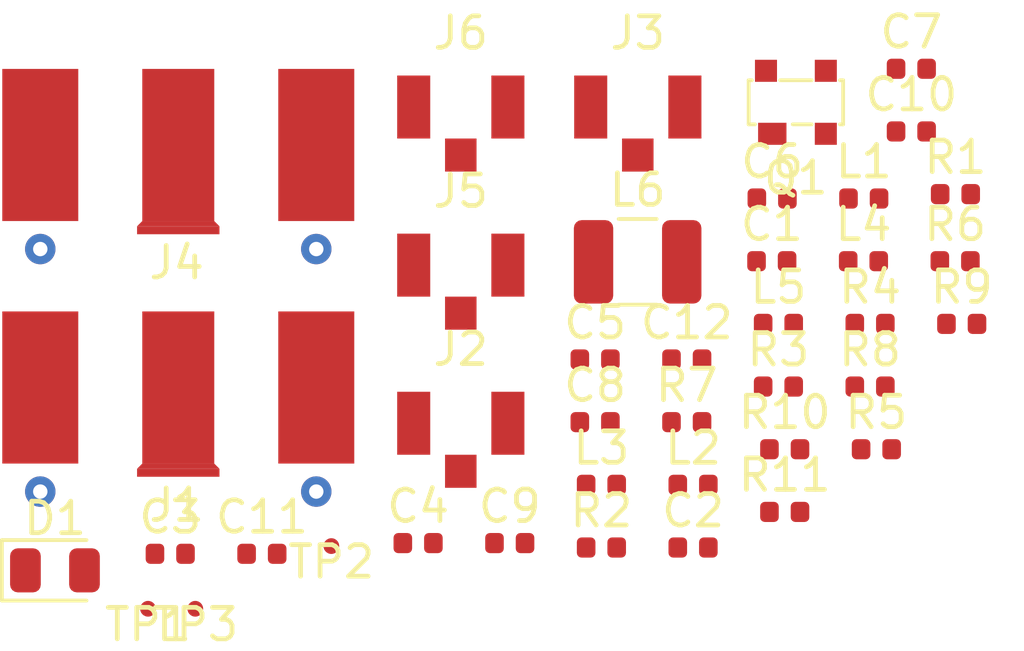
<source format=kicad_pcb>
(kicad_pcb (version 20171130) (host pcbnew 5.1.2-f72e74a~84~ubuntu18.04.1)

  (general
    (thickness 1.6)
    (drawings 0)
    (tracks 0)
    (zones 0)
    (modules 40)
    (nets 17)
  )

  (page A4)
  (layers
    (0 F.Cu signal)
    (31 B.Cu signal)
    (32 B.Adhes user)
    (33 F.Adhes user)
    (34 B.Paste user)
    (35 F.Paste user)
    (36 B.SilkS user)
    (37 F.SilkS user)
    (38 B.Mask user)
    (39 F.Mask user)
    (40 Dwgs.User user)
    (41 Cmts.User user)
    (42 Eco1.User user)
    (43 Eco2.User user)
    (44 Edge.Cuts user)
    (45 Margin user)
    (46 B.CrtYd user)
    (47 F.CrtYd user)
    (48 B.Fab user)
    (49 F.Fab user)
  )

  (setup
    (last_trace_width 0.25)
    (trace_clearance 0.2)
    (zone_clearance 0.508)
    (zone_45_only no)
    (trace_min 0.2)
    (via_size 0.8)
    (via_drill 0.4)
    (via_min_size 0.4)
    (via_min_drill 0.3)
    (uvia_size 0.3)
    (uvia_drill 0.1)
    (uvias_allowed no)
    (uvia_min_size 0.2)
    (uvia_min_drill 0.1)
    (edge_width 0.05)
    (segment_width 0.2)
    (pcb_text_width 0.3)
    (pcb_text_size 1.5 1.5)
    (mod_edge_width 0.12)
    (mod_text_size 1 1)
    (mod_text_width 0.15)
    (pad_size 1.524 1.524)
    (pad_drill 0.762)
    (pad_to_mask_clearance 0.051)
    (solder_mask_min_width 0.25)
    (aux_axis_origin 0 0)
    (visible_elements FFFFFF7F)
    (pcbplotparams
      (layerselection 0x010fc_ffffffff)
      (usegerberextensions false)
      (usegerberattributes false)
      (usegerberadvancedattributes false)
      (creategerberjobfile false)
      (excludeedgelayer true)
      (linewidth 0.100000)
      (plotframeref false)
      (viasonmask false)
      (mode 1)
      (useauxorigin false)
      (hpglpennumber 1)
      (hpglpenspeed 20)
      (hpglpendiameter 15.000000)
      (psnegative false)
      (psa4output false)
      (plotreference true)
      (plotvalue true)
      (plotinvisibletext false)
      (padsonsilk false)
      (subtractmaskfromsilk false)
      (outputformat 1)
      (mirror false)
      (drillshape 1)
      (scaleselection 1)
      (outputdirectory ""))
  )

  (net 0 "")
  (net 1 GND)
  (net 2 "Net-(C1-Pad1)")
  (net 3 "Net-(C2-Pad1)")
  (net 4 "Net-(C3-Pad1)")
  (net 5 "Net-(C4-Pad2)")
  (net 6 "Net-(C6-Pad1)")
  (net 7 "Net-(C7-Pad1)")
  (net 8 "Net-(C10-Pad1)")
  (net 9 "Net-(C11-Pad1)")
  (net 10 "Net-(C12-Pad2)")
  (net 11 "Net-(D1-Pad1)")
  (net 12 "Net-(J2-Pad1)")
  (net 13 "Net-(J3-Pad1)")
  (net 14 "Net-(J5-Pad1)")
  (net 15 "Net-(J6-Pad1)")
  (net 16 "Net-(L4-Pad1)")

  (net_class Default "This is the default net class."
    (clearance 0.2)
    (trace_width 0.25)
    (via_dia 0.8)
    (via_drill 0.4)
    (uvia_dia 0.3)
    (uvia_drill 0.1)
    (add_net GND)
    (add_net "Net-(C1-Pad1)")
    (add_net "Net-(C10-Pad1)")
    (add_net "Net-(C11-Pad1)")
    (add_net "Net-(C12-Pad2)")
    (add_net "Net-(C2-Pad1)")
    (add_net "Net-(C3-Pad1)")
    (add_net "Net-(C4-Pad2)")
    (add_net "Net-(C6-Pad1)")
    (add_net "Net-(C7-Pad1)")
    (add_net "Net-(D1-Pad1)")
    (add_net "Net-(J2-Pad1)")
    (add_net "Net-(J3-Pad1)")
    (add_net "Net-(J5-Pad1)")
    (add_net "Net-(J6-Pad1)")
    (add_net "Net-(L4-Pad1)")
  )

  (module iss_lna:Probe_Point_0.5mm (layer F.Cu) (tedit 5D27F57B) (tstamp 5D28591C)
    (at 87.104999 83.424999)
    (path /5D28B460)
    (fp_text reference TP3 (at 0 0.5) (layer F.SilkS)
      (effects (font (size 1 1) (thickness 0.15)))
    )
    (fp_text value TestPoint (at 0 -0.5) (layer F.Fab)
      (effects (font (size 1 1) (thickness 0.15)))
    )
    (pad 1 smd circle (at 0 0) (size 0.5 0.5) (layers F.Cu F.Paste F.Mask)
      (net 1 GND))
  )

  (module iss_lna:Probe_Point_0.5mm (layer F.Cu) (tedit 5D27F57B) (tstamp 5D285917)
    (at 91.424999 81.434999)
    (path /5D287FEA)
    (fp_text reference TP2 (at 0 0.5) (layer F.SilkS)
      (effects (font (size 1 1) (thickness 0.15)))
    )
    (fp_text value TestPoint (at 0 -0.5) (layer F.Fab)
      (effects (font (size 1 1) (thickness 0.15)))
    )
    (pad 1 smd circle (at 0 0) (size 0.5 0.5) (layers F.Cu F.Paste F.Mask)
      (net 7 "Net-(C7-Pad1)"))
  )

  (module iss_lna:Probe_Point_0.5mm (layer F.Cu) (tedit 5D27F57B) (tstamp 5D285912)
    (at 85.604999 83.424999)
    (path /5D36E8D2)
    (fp_text reference TP1 (at 0 0.5) (layer F.SilkS)
      (effects (font (size 1 1) (thickness 0.15)))
    )
    (fp_text value TestPoint (at 0 -0.5) (layer F.Fab)
      (effects (font (size 1 1) (thickness 0.15)))
    )
    (pad 1 smd circle (at 0 0) (size 0.5 0.5) (layers F.Cu F.Paste F.Mask)
      (net 4 "Net-(C3-Pad1)"))
  )

  (module Resistor_SMD:R_0402_1005Metric (layer F.Cu) (tedit 5B301BBD) (tstamp 5D28590D)
    (at 105.82 80.35)
    (descr "Resistor SMD 0402 (1005 Metric), square (rectangular) end terminal, IPC_7351 nominal, (Body size source: http://www.tortai-tech.com/upload/download/2011102023233369053.pdf), generated with kicad-footprint-generator")
    (tags resistor)
    (path /5D3D6298)
    (attr smd)
    (fp_text reference R11 (at 0 -1.17) (layer F.SilkS)
      (effects (font (size 1 1) (thickness 0.15)))
    )
    (fp_text value DNP (at 0 1.17) (layer F.Fab)
      (effects (font (size 1 1) (thickness 0.15)))
    )
    (fp_text user %R (at 0 0) (layer F.Fab)
      (effects (font (size 0.25 0.25) (thickness 0.04)))
    )
    (fp_line (start 0.93 0.47) (end -0.93 0.47) (layer F.CrtYd) (width 0.05))
    (fp_line (start 0.93 -0.47) (end 0.93 0.47) (layer F.CrtYd) (width 0.05))
    (fp_line (start -0.93 -0.47) (end 0.93 -0.47) (layer F.CrtYd) (width 0.05))
    (fp_line (start -0.93 0.47) (end -0.93 -0.47) (layer F.CrtYd) (width 0.05))
    (fp_line (start 0.5 0.25) (end -0.5 0.25) (layer F.Fab) (width 0.1))
    (fp_line (start 0.5 -0.25) (end 0.5 0.25) (layer F.Fab) (width 0.1))
    (fp_line (start -0.5 -0.25) (end 0.5 -0.25) (layer F.Fab) (width 0.1))
    (fp_line (start -0.5 0.25) (end -0.5 -0.25) (layer F.Fab) (width 0.1))
    (pad 2 smd roundrect (at 0.485 0) (size 0.59 0.64) (layers F.Cu F.Paste F.Mask) (roundrect_rratio 0.25)
      (net 15 "Net-(J6-Pad1)"))
    (pad 1 smd roundrect (at -0.485 0) (size 0.59 0.64) (layers F.Cu F.Paste F.Mask) (roundrect_rratio 0.25)
      (net 14 "Net-(J5-Pad1)"))
    (model ${KISYS3DMOD}/Resistor_SMD.3dshapes/R_0402_1005Metric.wrl
      (at (xyz 0 0 0))
      (scale (xyz 1 1 1))
      (rotate (xyz 0 0 0))
    )
  )

  (module Resistor_SMD:R_0402_1005Metric (layer F.Cu) (tedit 5B301BBD) (tstamp 5D2858FE)
    (at 105.82 78.36)
    (descr "Resistor SMD 0402 (1005 Metric), square (rectangular) end terminal, IPC_7351 nominal, (Body size source: http://www.tortai-tech.com/upload/download/2011102023233369053.pdf), generated with kicad-footprint-generator")
    (tags resistor)
    (path /5D3D8EE9)
    (attr smd)
    (fp_text reference R10 (at 0 -1.17) (layer F.SilkS)
      (effects (font (size 1 1) (thickness 0.15)))
    )
    (fp_text value DNP (at 0 1.17) (layer F.Fab)
      (effects (font (size 1 1) (thickness 0.15)))
    )
    (fp_text user %R (at 0 0) (layer F.Fab)
      (effects (font (size 0.25 0.25) (thickness 0.04)))
    )
    (fp_line (start 0.93 0.47) (end -0.93 0.47) (layer F.CrtYd) (width 0.05))
    (fp_line (start 0.93 -0.47) (end 0.93 0.47) (layer F.CrtYd) (width 0.05))
    (fp_line (start -0.93 -0.47) (end 0.93 -0.47) (layer F.CrtYd) (width 0.05))
    (fp_line (start -0.93 0.47) (end -0.93 -0.47) (layer F.CrtYd) (width 0.05))
    (fp_line (start 0.5 0.25) (end -0.5 0.25) (layer F.Fab) (width 0.1))
    (fp_line (start 0.5 -0.25) (end 0.5 0.25) (layer F.Fab) (width 0.1))
    (fp_line (start -0.5 -0.25) (end 0.5 -0.25) (layer F.Fab) (width 0.1))
    (fp_line (start -0.5 0.25) (end -0.5 -0.25) (layer F.Fab) (width 0.1))
    (pad 2 smd roundrect (at 0.485 0) (size 0.59 0.64) (layers F.Cu F.Paste F.Mask) (roundrect_rratio 0.25)
      (net 1 GND))
    (pad 1 smd roundrect (at -0.485 0) (size 0.59 0.64) (layers F.Cu F.Paste F.Mask) (roundrect_rratio 0.25)
      (net 14 "Net-(J5-Pad1)"))
    (model ${KISYS3DMOD}/Resistor_SMD.3dshapes/R_0402_1005Metric.wrl
      (at (xyz 0 0 0))
      (scale (xyz 1 1 1))
      (rotate (xyz 0 0 0))
    )
  )

  (module Resistor_SMD:R_0402_1005Metric (layer F.Cu) (tedit 5B301BBD) (tstamp 5D2858EF)
    (at 111.44 74.38)
    (descr "Resistor SMD 0402 (1005 Metric), square (rectangular) end terminal, IPC_7351 nominal, (Body size source: http://www.tortai-tech.com/upload/download/2011102023233369053.pdf), generated with kicad-footprint-generator")
    (tags resistor)
    (path /5D3770E8)
    (attr smd)
    (fp_text reference R9 (at 0 -1.17) (layer F.SilkS)
      (effects (font (size 1 1) (thickness 0.15)))
    )
    (fp_text value 2k2R (at 0 1.17) (layer F.Fab)
      (effects (font (size 1 1) (thickness 0.15)))
    )
    (fp_text user %R (at 0 0) (layer F.Fab)
      (effects (font (size 0.25 0.25) (thickness 0.04)))
    )
    (fp_line (start 0.93 0.47) (end -0.93 0.47) (layer F.CrtYd) (width 0.05))
    (fp_line (start 0.93 -0.47) (end 0.93 0.47) (layer F.CrtYd) (width 0.05))
    (fp_line (start -0.93 -0.47) (end 0.93 -0.47) (layer F.CrtYd) (width 0.05))
    (fp_line (start -0.93 0.47) (end -0.93 -0.47) (layer F.CrtYd) (width 0.05))
    (fp_line (start 0.5 0.25) (end -0.5 0.25) (layer F.Fab) (width 0.1))
    (fp_line (start 0.5 -0.25) (end 0.5 0.25) (layer F.Fab) (width 0.1))
    (fp_line (start -0.5 -0.25) (end 0.5 -0.25) (layer F.Fab) (width 0.1))
    (fp_line (start -0.5 0.25) (end -0.5 -0.25) (layer F.Fab) (width 0.1))
    (pad 2 smd roundrect (at 0.485 0) (size 0.59 0.64) (layers F.Cu F.Paste F.Mask) (roundrect_rratio 0.25)
      (net 1 GND))
    (pad 1 smd roundrect (at -0.485 0) (size 0.59 0.64) (layers F.Cu F.Paste F.Mask) (roundrect_rratio 0.25)
      (net 11 "Net-(D1-Pad1)"))
    (model ${KISYS3DMOD}/Resistor_SMD.3dshapes/R_0402_1005Metric.wrl
      (at (xyz 0 0 0))
      (scale (xyz 1 1 1))
      (rotate (xyz 0 0 0))
    )
  )

  (module Resistor_SMD:R_0402_1005Metric (layer F.Cu) (tedit 5B301BBD) (tstamp 5D2858E0)
    (at 108.53 76.37)
    (descr "Resistor SMD 0402 (1005 Metric), square (rectangular) end terminal, IPC_7351 nominal, (Body size source: http://www.tortai-tech.com/upload/download/2011102023233369053.pdf), generated with kicad-footprint-generator")
    (tags resistor)
    (path /5D35B6EE)
    (attr smd)
    (fp_text reference R8 (at 0 -1.17) (layer F.SilkS)
      (effects (font (size 1 1) (thickness 0.15)))
    )
    (fp_text value 0R (at 0 1.17) (layer F.Fab)
      (effects (font (size 1 1) (thickness 0.15)))
    )
    (fp_text user %R (at 0 0) (layer F.Fab)
      (effects (font (size 0.25 0.25) (thickness 0.04)))
    )
    (fp_line (start 0.93 0.47) (end -0.93 0.47) (layer F.CrtYd) (width 0.05))
    (fp_line (start 0.93 -0.47) (end 0.93 0.47) (layer F.CrtYd) (width 0.05))
    (fp_line (start -0.93 -0.47) (end 0.93 -0.47) (layer F.CrtYd) (width 0.05))
    (fp_line (start -0.93 0.47) (end -0.93 -0.47) (layer F.CrtYd) (width 0.05))
    (fp_line (start 0.5 0.25) (end -0.5 0.25) (layer F.Fab) (width 0.1))
    (fp_line (start 0.5 -0.25) (end 0.5 0.25) (layer F.Fab) (width 0.1))
    (fp_line (start -0.5 -0.25) (end 0.5 -0.25) (layer F.Fab) (width 0.1))
    (fp_line (start -0.5 0.25) (end -0.5 -0.25) (layer F.Fab) (width 0.1))
    (pad 2 smd roundrect (at 0.485 0) (size 0.59 0.64) (layers F.Cu F.Paste F.Mask) (roundrect_rratio 0.25)
      (net 13 "Net-(J3-Pad1)"))
    (pad 1 smd roundrect (at -0.485 0) (size 0.59 0.64) (layers F.Cu F.Paste F.Mask) (roundrect_rratio 0.25)
      (net 8 "Net-(C10-Pad1)"))
    (model ${KISYS3DMOD}/Resistor_SMD.3dshapes/R_0402_1005Metric.wrl
      (at (xyz 0 0 0))
      (scale (xyz 1 1 1))
      (rotate (xyz 0 0 0))
    )
  )

  (module Resistor_SMD:R_0402_1005Metric (layer F.Cu) (tedit 5B301BBD) (tstamp 5D2858D1)
    (at 102.71 77.5)
    (descr "Resistor SMD 0402 (1005 Metric), square (rectangular) end terminal, IPC_7351 nominal, (Body size source: http://www.tortai-tech.com/upload/download/2011102023233369053.pdf), generated with kicad-footprint-generator")
    (tags resistor)
    (path /5D29BD11)
    (attr smd)
    (fp_text reference R7 (at 0 -1.17) (layer F.SilkS)
      (effects (font (size 1 1) (thickness 0.15)))
    )
    (fp_text value 0R (at 0 1.17) (layer F.Fab)
      (effects (font (size 1 1) (thickness 0.15)))
    )
    (fp_text user %R (at 0 0) (layer F.Fab)
      (effects (font (size 0.25 0.25) (thickness 0.04)))
    )
    (fp_line (start 0.93 0.47) (end -0.93 0.47) (layer F.CrtYd) (width 0.05))
    (fp_line (start 0.93 -0.47) (end 0.93 0.47) (layer F.CrtYd) (width 0.05))
    (fp_line (start -0.93 -0.47) (end 0.93 -0.47) (layer F.CrtYd) (width 0.05))
    (fp_line (start -0.93 0.47) (end -0.93 -0.47) (layer F.CrtYd) (width 0.05))
    (fp_line (start 0.5 0.25) (end -0.5 0.25) (layer F.Fab) (width 0.1))
    (fp_line (start 0.5 -0.25) (end 0.5 0.25) (layer F.Fab) (width 0.1))
    (fp_line (start -0.5 -0.25) (end 0.5 -0.25) (layer F.Fab) (width 0.1))
    (fp_line (start -0.5 0.25) (end -0.5 -0.25) (layer F.Fab) (width 0.1))
    (pad 2 smd roundrect (at 0.485 0) (size 0.59 0.64) (layers F.Cu F.Paste F.Mask) (roundrect_rratio 0.25)
      (net 13 "Net-(J3-Pad1)"))
    (pad 1 smd roundrect (at -0.485 0) (size 0.59 0.64) (layers F.Cu F.Paste F.Mask) (roundrect_rratio 0.25)
      (net 16 "Net-(L4-Pad1)"))
    (model ${KISYS3DMOD}/Resistor_SMD.3dshapes/R_0402_1005Metric.wrl
      (at (xyz 0 0 0))
      (scale (xyz 1 1 1))
      (rotate (xyz 0 0 0))
    )
  )

  (module Resistor_SMD:R_0402_1005Metric (layer F.Cu) (tedit 5B301BBD) (tstamp 5D2858C2)
    (at 111.23 72.39)
    (descr "Resistor SMD 0402 (1005 Metric), square (rectangular) end terminal, IPC_7351 nominal, (Body size source: http://www.tortai-tech.com/upload/download/2011102023233369053.pdf), generated with kicad-footprint-generator")
    (tags resistor)
    (path /5D294CEB)
    (attr smd)
    (fp_text reference R6 (at 0 -1.17) (layer F.SilkS)
      (effects (font (size 1 1) (thickness 0.15)))
    )
    (fp_text value 120R (at 0 1.17) (layer F.Fab)
      (effects (font (size 1 1) (thickness 0.15)))
    )
    (fp_text user %R (at 0 0) (layer F.Fab)
      (effects (font (size 0.25 0.25) (thickness 0.04)))
    )
    (fp_line (start 0.93 0.47) (end -0.93 0.47) (layer F.CrtYd) (width 0.05))
    (fp_line (start 0.93 -0.47) (end 0.93 0.47) (layer F.CrtYd) (width 0.05))
    (fp_line (start -0.93 -0.47) (end 0.93 -0.47) (layer F.CrtYd) (width 0.05))
    (fp_line (start -0.93 0.47) (end -0.93 -0.47) (layer F.CrtYd) (width 0.05))
    (fp_line (start 0.5 0.25) (end -0.5 0.25) (layer F.Fab) (width 0.1))
    (fp_line (start 0.5 -0.25) (end 0.5 0.25) (layer F.Fab) (width 0.1))
    (fp_line (start -0.5 -0.25) (end 0.5 -0.25) (layer F.Fab) (width 0.1))
    (fp_line (start -0.5 0.25) (end -0.5 -0.25) (layer F.Fab) (width 0.1))
    (pad 2 smd roundrect (at 0.485 0) (size 0.59 0.64) (layers F.Cu F.Paste F.Mask) (roundrect_rratio 0.25)
      (net 16 "Net-(L4-Pad1)"))
    (pad 1 smd roundrect (at -0.485 0) (size 0.59 0.64) (layers F.Cu F.Paste F.Mask) (roundrect_rratio 0.25)
      (net 7 "Net-(C7-Pad1)"))
    (model ${KISYS3DMOD}/Resistor_SMD.3dshapes/R_0402_1005Metric.wrl
      (at (xyz 0 0 0))
      (scale (xyz 1 1 1))
      (rotate (xyz 0 0 0))
    )
  )

  (module Resistor_SMD:R_0402_1005Metric (layer F.Cu) (tedit 5B301BBD) (tstamp 5D2858B3)
    (at 108.73 78.36)
    (descr "Resistor SMD 0402 (1005 Metric), square (rectangular) end terminal, IPC_7351 nominal, (Body size source: http://www.tortai-tech.com/upload/download/2011102023233369053.pdf), generated with kicad-footprint-generator")
    (tags resistor)
    (path /5D24B75C)
    (attr smd)
    (fp_text reference R5 (at 0 -1.17) (layer F.SilkS)
      (effects (font (size 1 1) (thickness 0.15)))
    )
    (fp_text value 1.2kR (at 0 1.17) (layer F.Fab)
      (effects (font (size 1 1) (thickness 0.15)))
    )
    (fp_text user %R (at 0 0) (layer F.Fab)
      (effects (font (size 0.25 0.25) (thickness 0.04)))
    )
    (fp_line (start 0.93 0.47) (end -0.93 0.47) (layer F.CrtYd) (width 0.05))
    (fp_line (start 0.93 -0.47) (end 0.93 0.47) (layer F.CrtYd) (width 0.05))
    (fp_line (start -0.93 -0.47) (end 0.93 -0.47) (layer F.CrtYd) (width 0.05))
    (fp_line (start -0.93 0.47) (end -0.93 -0.47) (layer F.CrtYd) (width 0.05))
    (fp_line (start 0.5 0.25) (end -0.5 0.25) (layer F.Fab) (width 0.1))
    (fp_line (start 0.5 -0.25) (end 0.5 0.25) (layer F.Fab) (width 0.1))
    (fp_line (start -0.5 -0.25) (end 0.5 -0.25) (layer F.Fab) (width 0.1))
    (fp_line (start -0.5 0.25) (end -0.5 -0.25) (layer F.Fab) (width 0.1))
    (pad 2 smd roundrect (at 0.485 0) (size 0.59 0.64) (layers F.Cu F.Paste F.Mask) (roundrect_rratio 0.25)
      (net 1 GND))
    (pad 1 smd roundrect (at -0.485 0) (size 0.59 0.64) (layers F.Cu F.Paste F.Mask) (roundrect_rratio 0.25)
      (net 12 "Net-(J2-Pad1)"))
    (model ${KISYS3DMOD}/Resistor_SMD.3dshapes/R_0402_1005Metric.wrl
      (at (xyz 0 0 0))
      (scale (xyz 1 1 1))
      (rotate (xyz 0 0 0))
    )
  )

  (module Resistor_SMD:R_0402_1005Metric (layer F.Cu) (tedit 5B301BBD) (tstamp 5D2858A4)
    (at 108.53 74.38)
    (descr "Resistor SMD 0402 (1005 Metric), square (rectangular) end terminal, IPC_7351 nominal, (Body size source: http://www.tortai-tech.com/upload/download/2011102023233369053.pdf), generated with kicad-footprint-generator")
    (tags resistor)
    (path /5D24AD4C)
    (attr smd)
    (fp_text reference R4 (at 0 -1.17) (layer F.SilkS)
      (effects (font (size 1 1) (thickness 0.15)))
    )
    (fp_text value 3.9kR (at 0 1.17) (layer F.Fab)
      (effects (font (size 1 1) (thickness 0.15)))
    )
    (fp_text user %R (at 0 0) (layer F.Fab)
      (effects (font (size 0.25 0.25) (thickness 0.04)))
    )
    (fp_line (start 0.93 0.47) (end -0.93 0.47) (layer F.CrtYd) (width 0.05))
    (fp_line (start 0.93 -0.47) (end 0.93 0.47) (layer F.CrtYd) (width 0.05))
    (fp_line (start -0.93 -0.47) (end 0.93 -0.47) (layer F.CrtYd) (width 0.05))
    (fp_line (start -0.93 0.47) (end -0.93 -0.47) (layer F.CrtYd) (width 0.05))
    (fp_line (start 0.5 0.25) (end -0.5 0.25) (layer F.Fab) (width 0.1))
    (fp_line (start 0.5 -0.25) (end 0.5 0.25) (layer F.Fab) (width 0.1))
    (fp_line (start -0.5 -0.25) (end 0.5 -0.25) (layer F.Fab) (width 0.1))
    (fp_line (start -0.5 0.25) (end -0.5 -0.25) (layer F.Fab) (width 0.1))
    (pad 2 smd roundrect (at 0.485 0) (size 0.59 0.64) (layers F.Cu F.Paste F.Mask) (roundrect_rratio 0.25)
      (net 12 "Net-(J2-Pad1)"))
    (pad 1 smd roundrect (at -0.485 0) (size 0.59 0.64) (layers F.Cu F.Paste F.Mask) (roundrect_rratio 0.25)
      (net 16 "Net-(L4-Pad1)"))
    (model ${KISYS3DMOD}/Resistor_SMD.3dshapes/R_0402_1005Metric.wrl
      (at (xyz 0 0 0))
      (scale (xyz 1 1 1))
      (rotate (xyz 0 0 0))
    )
  )

  (module Resistor_SMD:R_0402_1005Metric (layer F.Cu) (tedit 5B301BBD) (tstamp 5D285895)
    (at 105.62 76.37)
    (descr "Resistor SMD 0402 (1005 Metric), square (rectangular) end terminal, IPC_7351 nominal, (Body size source: http://www.tortai-tech.com/upload/download/2011102023233369053.pdf), generated with kicad-footprint-generator")
    (tags resistor)
    (path /5D29EA7B)
    (attr smd)
    (fp_text reference R3 (at 0 -1.17) (layer F.SilkS)
      (effects (font (size 1 1) (thickness 0.15)))
    )
    (fp_text value "DNP 0402" (at 0 1.17) (layer F.Fab)
      (effects (font (size 1 1) (thickness 0.15)))
    )
    (fp_text user %R (at 0 0) (layer F.Fab)
      (effects (font (size 0.25 0.25) (thickness 0.04)))
    )
    (fp_line (start 0.93 0.47) (end -0.93 0.47) (layer F.CrtYd) (width 0.05))
    (fp_line (start 0.93 -0.47) (end 0.93 0.47) (layer F.CrtYd) (width 0.05))
    (fp_line (start -0.93 -0.47) (end 0.93 -0.47) (layer F.CrtYd) (width 0.05))
    (fp_line (start -0.93 0.47) (end -0.93 -0.47) (layer F.CrtYd) (width 0.05))
    (fp_line (start 0.5 0.25) (end -0.5 0.25) (layer F.Fab) (width 0.1))
    (fp_line (start 0.5 -0.25) (end 0.5 0.25) (layer F.Fab) (width 0.1))
    (fp_line (start -0.5 -0.25) (end 0.5 -0.25) (layer F.Fab) (width 0.1))
    (fp_line (start -0.5 0.25) (end -0.5 -0.25) (layer F.Fab) (width 0.1))
    (pad 2 smd roundrect (at 0.485 0) (size 0.59 0.64) (layers F.Cu F.Paste F.Mask) (roundrect_rratio 0.25)
      (net 1 GND))
    (pad 1 smd roundrect (at -0.485 0) (size 0.59 0.64) (layers F.Cu F.Paste F.Mask) (roundrect_rratio 0.25)
      (net 12 "Net-(J2-Pad1)"))
    (model ${KISYS3DMOD}/Resistor_SMD.3dshapes/R_0402_1005Metric.wrl
      (at (xyz 0 0 0))
      (scale (xyz 1 1 1))
      (rotate (xyz 0 0 0))
    )
  )

  (module Resistor_SMD:R_0402_1005Metric (layer F.Cu) (tedit 5B301BBD) (tstamp 5D285886)
    (at 100 81.48)
    (descr "Resistor SMD 0402 (1005 Metric), square (rectangular) end terminal, IPC_7351 nominal, (Body size source: http://www.tortai-tech.com/upload/download/2011102023233369053.pdf), generated with kicad-footprint-generator")
    (tags resistor)
    (path /5D29D75F)
    (attr smd)
    (fp_text reference R2 (at 0 -1.17) (layer F.SilkS)
      (effects (font (size 1 1) (thickness 0.15)))
    )
    (fp_text value "DNP 0402" (at 0 1.17) (layer F.Fab)
      (effects (font (size 1 1) (thickness 0.15)))
    )
    (fp_text user %R (at 0 0) (layer F.Fab)
      (effects (font (size 0.25 0.25) (thickness 0.04)))
    )
    (fp_line (start 0.93 0.47) (end -0.93 0.47) (layer F.CrtYd) (width 0.05))
    (fp_line (start 0.93 -0.47) (end 0.93 0.47) (layer F.CrtYd) (width 0.05))
    (fp_line (start -0.93 -0.47) (end 0.93 -0.47) (layer F.CrtYd) (width 0.05))
    (fp_line (start -0.93 0.47) (end -0.93 -0.47) (layer F.CrtYd) (width 0.05))
    (fp_line (start 0.5 0.25) (end -0.5 0.25) (layer F.Fab) (width 0.1))
    (fp_line (start 0.5 -0.25) (end 0.5 0.25) (layer F.Fab) (width 0.1))
    (fp_line (start -0.5 -0.25) (end 0.5 -0.25) (layer F.Fab) (width 0.1))
    (fp_line (start -0.5 0.25) (end -0.5 -0.25) (layer F.Fab) (width 0.1))
    (pad 2 smd roundrect (at 0.485 0) (size 0.59 0.64) (layers F.Cu F.Paste F.Mask) (roundrect_rratio 0.25)
      (net 12 "Net-(J2-Pad1)"))
    (pad 1 smd roundrect (at -0.485 0) (size 0.59 0.64) (layers F.Cu F.Paste F.Mask) (roundrect_rratio 0.25)
      (net 16 "Net-(L4-Pad1)"))
    (model ${KISYS3DMOD}/Resistor_SMD.3dshapes/R_0402_1005Metric.wrl
      (at (xyz 0 0 0))
      (scale (xyz 1 1 1))
      (rotate (xyz 0 0 0))
    )
  )

  (module Resistor_SMD:R_0402_1005Metric (layer F.Cu) (tedit 5B301BBD) (tstamp 5D285877)
    (at 111.24 70.26)
    (descr "Resistor SMD 0402 (1005 Metric), square (rectangular) end terminal, IPC_7351 nominal, (Body size source: http://www.tortai-tech.com/upload/download/2011102023233369053.pdf), generated with kicad-footprint-generator")
    (tags resistor)
    (path /5D35BF5A)
    (attr smd)
    (fp_text reference R1 (at 0 -1.17) (layer F.SilkS)
      (effects (font (size 1 1) (thickness 0.15)))
    )
    (fp_text value 0R (at 0 1.17) (layer F.Fab)
      (effects (font (size 1 1) (thickness 0.15)))
    )
    (fp_text user %R (at 0 0) (layer F.Fab)
      (effects (font (size 0.25 0.25) (thickness 0.04)))
    )
    (fp_line (start 0.93 0.47) (end -0.93 0.47) (layer F.CrtYd) (width 0.05))
    (fp_line (start 0.93 -0.47) (end 0.93 0.47) (layer F.CrtYd) (width 0.05))
    (fp_line (start -0.93 -0.47) (end 0.93 -0.47) (layer F.CrtYd) (width 0.05))
    (fp_line (start -0.93 0.47) (end -0.93 -0.47) (layer F.CrtYd) (width 0.05))
    (fp_line (start 0.5 0.25) (end -0.5 0.25) (layer F.Fab) (width 0.1))
    (fp_line (start 0.5 -0.25) (end 0.5 0.25) (layer F.Fab) (width 0.1))
    (fp_line (start -0.5 -0.25) (end 0.5 -0.25) (layer F.Fab) (width 0.1))
    (fp_line (start -0.5 0.25) (end -0.5 -0.25) (layer F.Fab) (width 0.1))
    (pad 2 smd roundrect (at 0.485 0) (size 0.59 0.64) (layers F.Cu F.Paste F.Mask) (roundrect_rratio 0.25)
      (net 6 "Net-(C6-Pad1)"))
    (pad 1 smd roundrect (at -0.485 0) (size 0.59 0.64) (layers F.Cu F.Paste F.Mask) (roundrect_rratio 0.25)
      (net 12 "Net-(J2-Pad1)"))
    (model ${KISYS3DMOD}/Resistor_SMD.3dshapes/R_0402_1005Metric.wrl
      (at (xyz 0 0 0))
      (scale (xyz 1 1 1))
      (rotate (xyz 0 0 0))
    )
  )

  (module iss_lna:NXP_SOT143B (layer F.Cu) (tedit 5D27265A) (tstamp 5D285868)
    (at 106.175 67.345)
    (path /5D3A1A86)
    (fp_text reference Q1 (at 0 2.4) (layer F.SilkS)
      (effects (font (size 1 1) (thickness 0.15)))
    )
    (fp_text value BFU520R (at 0 -2.4) (layer F.Fab)
      (effects (font (size 1 1) (thickness 0.15)))
    )
    (fp_line (start -1.6 0.8) (end -1.6 -0.8) (layer F.Fab) (width 0.12))
    (fp_line (start 1.6 0.8) (end -1.6 0.8) (layer F.Fab) (width 0.12))
    (fp_line (start 1.6 -0.8) (end 1.6 0.8) (layer F.Fab) (width 0.12))
    (fp_line (start -1.6 -0.8) (end 1.6 -0.8) (layer F.Fab) (width 0.12))
    (fp_line (start -1.5 -0.7) (end -1.4 -0.7) (layer F.SilkS) (width 0.12))
    (fp_line (start 1.4 -0.7) (end 1.5 -0.7) (layer F.SilkS) (width 0.12))
    (fp_line (start 1.5 0.7) (end 1.4 0.7) (layer F.SilkS) (width 0.12))
    (fp_line (start -1.5 0.7) (end -1.3 0.7) (layer F.SilkS) (width 0.12))
    (fp_line (start -1.5 -0.7) (end -1.5 0.7) (layer F.SilkS) (width 0.12))
    (fp_line (start 1.5 -0.7) (end 1.5 0.7) (layer F.SilkS) (width 0.12))
    (fp_line (start -0.1 0.7) (end 0.5 0.7) (layer F.SilkS) (width 0.12))
    (fp_line (start -0.5 -0.7) (end 0.5 -0.7) (layer F.SilkS) (width 0.12))
    (fp_line (start -1.65 1.5) (end -1.65 -1.5) (layer F.CrtYd) (width 0.12))
    (fp_line (start 1.65 1.5) (end -1.65 1.5) (layer F.CrtYd) (width 0.12))
    (fp_line (start 1.65 -1.5) (end 1.65 1.5) (layer F.CrtYd) (width 0.12))
    (fp_line (start -1.65 -1.5) (end 1.65 -1.5) (layer F.CrtYd) (width 0.12))
    (pad 1 smd rect (at -0.75 1) (size 0.9 0.7) (layers F.Cu F.Paste F.Mask)
      (net 12 "Net-(J2-Pad1)") (solder_mask_margin 0.05) (solder_paste_margin -0.05))
    (pad 2 smd rect (at 0.95 1) (size 0.7 0.7) (layers F.Cu F.Paste F.Mask)
      (net 13 "Net-(J3-Pad1)") (solder_mask_margin 0.05) (solder_paste_margin -0.05))
    (pad 3 smd rect (at 0.95 -1) (size 0.7 0.7) (layers F.Cu F.Paste F.Mask)
      (net 1 GND) (solder_mask_margin 0.05) (solder_paste_margin -0.05))
    (pad 4 smd rect (at -0.95 -1) (size 0.7 0.7) (layers F.Cu F.Paste F.Mask)
      (net 1 GND) (solder_mask_margin 0.05) (solder_paste_margin -0.05))
  )

  (module Inductor_SMD:L_1210_3225Metric (layer F.Cu) (tedit 5B301BBE) (tstamp 5D285850)
    (at 101.15 72.41)
    (descr "Inductor SMD 1210 (3225 Metric), square (rectangular) end terminal, IPC_7351 nominal, (Body size source: http://www.tortai-tech.com/upload/download/2011102023233369053.pdf), generated with kicad-footprint-generator")
    (tags inductor)
    (path /5D246198)
    (attr smd)
    (fp_text reference L6 (at 0 -2.28) (layer F.SilkS)
      (effects (font (size 1 1) (thickness 0.15)))
    )
    (fp_text value "10 uH RFC" (at 0 2.28) (layer F.Fab)
      (effects (font (size 1 1) (thickness 0.15)))
    )
    (fp_text user %R (at 0 0) (layer F.Fab)
      (effects (font (size 0.8 0.8) (thickness 0.12)))
    )
    (fp_line (start 2.28 1.58) (end -2.28 1.58) (layer F.CrtYd) (width 0.05))
    (fp_line (start 2.28 -1.58) (end 2.28 1.58) (layer F.CrtYd) (width 0.05))
    (fp_line (start -2.28 -1.58) (end 2.28 -1.58) (layer F.CrtYd) (width 0.05))
    (fp_line (start -2.28 1.58) (end -2.28 -1.58) (layer F.CrtYd) (width 0.05))
    (fp_line (start -0.602064 1.36) (end 0.602064 1.36) (layer F.SilkS) (width 0.12))
    (fp_line (start -0.602064 -1.36) (end 0.602064 -1.36) (layer F.SilkS) (width 0.12))
    (fp_line (start 1.6 1.25) (end -1.6 1.25) (layer F.Fab) (width 0.1))
    (fp_line (start 1.6 -1.25) (end 1.6 1.25) (layer F.Fab) (width 0.1))
    (fp_line (start -1.6 -1.25) (end 1.6 -1.25) (layer F.Fab) (width 0.1))
    (fp_line (start -1.6 1.25) (end -1.6 -1.25) (layer F.Fab) (width 0.1))
    (pad 2 smd roundrect (at 1.4 0) (size 1.25 2.65) (layers F.Cu F.Paste F.Mask) (roundrect_rratio 0.2)
      (net 10 "Net-(C12-Pad2)"))
    (pad 1 smd roundrect (at -1.4 0) (size 1.25 2.65) (layers F.Cu F.Paste F.Mask) (roundrect_rratio 0.2)
      (net 7 "Net-(C7-Pad1)"))
    (model ${KISYS3DMOD}/Inductor_SMD.3dshapes/L_1210_3225Metric.wrl
      (at (xyz 0 0 0))
      (scale (xyz 1 1 1))
      (rotate (xyz 0 0 0))
    )
  )

  (module Capacitor_SMD:C_0402_1005Metric (layer F.Cu) (tedit 5B301BBE) (tstamp 5D28583F)
    (at 105.62 74.38)
    (descr "Capacitor SMD 0402 (1005 Metric), square (rectangular) end terminal, IPC_7351 nominal, (Body size source: http://www.tortai-tech.com/upload/download/2011102023233369053.pdf), generated with kicad-footprint-generator")
    (tags capacitor)
    (path /5D2BDEE9)
    (attr smd)
    (fp_text reference L5 (at 0 -1.17) (layer F.SilkS)
      (effects (font (size 1 1) (thickness 0.15)))
    )
    (fp_text value DNP (at 0 1.17) (layer F.Fab)
      (effects (font (size 1 1) (thickness 0.15)))
    )
    (fp_text user %R (at 0 0) (layer F.Fab)
      (effects (font (size 0.25 0.25) (thickness 0.04)))
    )
    (fp_line (start 0.93 0.47) (end -0.93 0.47) (layer F.CrtYd) (width 0.05))
    (fp_line (start 0.93 -0.47) (end 0.93 0.47) (layer F.CrtYd) (width 0.05))
    (fp_line (start -0.93 -0.47) (end 0.93 -0.47) (layer F.CrtYd) (width 0.05))
    (fp_line (start -0.93 0.47) (end -0.93 -0.47) (layer F.CrtYd) (width 0.05))
    (fp_line (start 0.5 0.25) (end -0.5 0.25) (layer F.Fab) (width 0.1))
    (fp_line (start 0.5 -0.25) (end 0.5 0.25) (layer F.Fab) (width 0.1))
    (fp_line (start -0.5 -0.25) (end 0.5 -0.25) (layer F.Fab) (width 0.1))
    (fp_line (start -0.5 0.25) (end -0.5 -0.25) (layer F.Fab) (width 0.1))
    (pad 2 smd roundrect (at 0.485 0) (size 0.59 0.64) (layers F.Cu F.Paste F.Mask) (roundrect_rratio 0.25)
      (net 9 "Net-(C11-Pad1)"))
    (pad 1 smd roundrect (at -0.485 0) (size 0.59 0.64) (layers F.Cu F.Paste F.Mask) (roundrect_rratio 0.25)
      (net 8 "Net-(C10-Pad1)"))
    (model ${KISYS3DMOD}/Capacitor_SMD.3dshapes/C_0402_1005Metric.wrl
      (at (xyz 0 0 0))
      (scale (xyz 1 1 1))
      (rotate (xyz 0 0 0))
    )
  )

  (module Capacitor_SMD:C_0402_1005Metric (layer F.Cu) (tedit 5B301BBE) (tstamp 5D285830)
    (at 108.32 72.39)
    (descr "Capacitor SMD 0402 (1005 Metric), square (rectangular) end terminal, IPC_7351 nominal, (Body size source: http://www.tortai-tech.com/upload/download/2011102023233369053.pdf), generated with kicad-footprint-generator")
    (tags capacitor)
    (path /5D24B0C9)
    (attr smd)
    (fp_text reference L4 (at 0 -1.17) (layer F.SilkS)
      (effects (font (size 1 1) (thickness 0.15)))
    )
    (fp_text value DNP (at 0 1.17) (layer F.Fab)
      (effects (font (size 1 1) (thickness 0.15)))
    )
    (fp_text user %R (at 0 0) (layer F.Fab)
      (effects (font (size 0.25 0.25) (thickness 0.04)))
    )
    (fp_line (start 0.93 0.47) (end -0.93 0.47) (layer F.CrtYd) (width 0.05))
    (fp_line (start 0.93 -0.47) (end 0.93 0.47) (layer F.CrtYd) (width 0.05))
    (fp_line (start -0.93 -0.47) (end 0.93 -0.47) (layer F.CrtYd) (width 0.05))
    (fp_line (start -0.93 0.47) (end -0.93 -0.47) (layer F.CrtYd) (width 0.05))
    (fp_line (start 0.5 0.25) (end -0.5 0.25) (layer F.Fab) (width 0.1))
    (fp_line (start 0.5 -0.25) (end 0.5 0.25) (layer F.Fab) (width 0.1))
    (fp_line (start -0.5 -0.25) (end 0.5 -0.25) (layer F.Fab) (width 0.1))
    (fp_line (start -0.5 0.25) (end -0.5 -0.25) (layer F.Fab) (width 0.1))
    (pad 2 smd roundrect (at 0.485 0) (size 0.59 0.64) (layers F.Cu F.Paste F.Mask) (roundrect_rratio 0.25)
      (net 13 "Net-(J3-Pad1)"))
    (pad 1 smd roundrect (at -0.485 0) (size 0.59 0.64) (layers F.Cu F.Paste F.Mask) (roundrect_rratio 0.25)
      (net 16 "Net-(L4-Pad1)"))
    (model ${KISYS3DMOD}/Capacitor_SMD.3dshapes/C_0402_1005Metric.wrl
      (at (xyz 0 0 0))
      (scale (xyz 1 1 1))
      (rotate (xyz 0 0 0))
    )
  )

  (module Capacitor_SMD:C_0402_1005Metric (layer F.Cu) (tedit 5B301BBE) (tstamp 5D285821)
    (at 100 79.49)
    (descr "Capacitor SMD 0402 (1005 Metric), square (rectangular) end terminal, IPC_7351 nominal, (Body size source: http://www.tortai-tech.com/upload/download/2011102023233369053.pdf), generated with kicad-footprint-generator")
    (tags capacitor)
    (path /5D2B87D9)
    (attr smd)
    (fp_text reference L3 (at 0 -1.17) (layer F.SilkS)
      (effects (font (size 1 1) (thickness 0.15)))
    )
    (fp_text value DNP (at 0 1.17) (layer F.Fab)
      (effects (font (size 1 1) (thickness 0.15)))
    )
    (fp_text user %R (at 0 0) (layer F.Fab)
      (effects (font (size 0.25 0.25) (thickness 0.04)))
    )
    (fp_line (start 0.93 0.47) (end -0.93 0.47) (layer F.CrtYd) (width 0.05))
    (fp_line (start 0.93 -0.47) (end 0.93 0.47) (layer F.CrtYd) (width 0.05))
    (fp_line (start -0.93 -0.47) (end 0.93 -0.47) (layer F.CrtYd) (width 0.05))
    (fp_line (start -0.93 0.47) (end -0.93 -0.47) (layer F.CrtYd) (width 0.05))
    (fp_line (start 0.5 0.25) (end -0.5 0.25) (layer F.Fab) (width 0.1))
    (fp_line (start 0.5 -0.25) (end 0.5 0.25) (layer F.Fab) (width 0.1))
    (fp_line (start -0.5 -0.25) (end 0.5 -0.25) (layer F.Fab) (width 0.1))
    (fp_line (start -0.5 0.25) (end -0.5 -0.25) (layer F.Fab) (width 0.1))
    (pad 2 smd roundrect (at 0.485 0) (size 0.59 0.64) (layers F.Cu F.Paste F.Mask) (roundrect_rratio 0.25)
      (net 6 "Net-(C6-Pad1)"))
    (pad 1 smd roundrect (at -0.485 0) (size 0.59 0.64) (layers F.Cu F.Paste F.Mask) (roundrect_rratio 0.25)
      (net 5 "Net-(C4-Pad2)"))
    (model ${KISYS3DMOD}/Capacitor_SMD.3dshapes/C_0402_1005Metric.wrl
      (at (xyz 0 0 0))
      (scale (xyz 1 1 1))
      (rotate (xyz 0 0 0))
    )
  )

  (module Capacitor_SMD:C_0402_1005Metric (layer F.Cu) (tedit 5B301BBE) (tstamp 5D285812)
    (at 102.91 79.49)
    (descr "Capacitor SMD 0402 (1005 Metric), square (rectangular) end terminal, IPC_7351 nominal, (Body size source: http://www.tortai-tech.com/upload/download/2011102023233369053.pdf), generated with kicad-footprint-generator")
    (tags capacitor)
    (path /5D2D0CE3)
    (attr smd)
    (fp_text reference L2 (at 0 -1.17) (layer F.SilkS)
      (effects (font (size 1 1) (thickness 0.15)))
    )
    (fp_text value DNP (at 0 1.17) (layer F.Fab)
      (effects (font (size 1 1) (thickness 0.15)))
    )
    (fp_text user %R (at 0 0) (layer F.Fab)
      (effects (font (size 0.25 0.25) (thickness 0.04)))
    )
    (fp_line (start 0.93 0.47) (end -0.93 0.47) (layer F.CrtYd) (width 0.05))
    (fp_line (start 0.93 -0.47) (end 0.93 0.47) (layer F.CrtYd) (width 0.05))
    (fp_line (start -0.93 -0.47) (end 0.93 -0.47) (layer F.CrtYd) (width 0.05))
    (fp_line (start -0.93 0.47) (end -0.93 -0.47) (layer F.CrtYd) (width 0.05))
    (fp_line (start 0.5 0.25) (end -0.5 0.25) (layer F.Fab) (width 0.1))
    (fp_line (start 0.5 -0.25) (end 0.5 0.25) (layer F.Fab) (width 0.1))
    (fp_line (start -0.5 -0.25) (end 0.5 -0.25) (layer F.Fab) (width 0.1))
    (fp_line (start -0.5 0.25) (end -0.5 -0.25) (layer F.Fab) (width 0.1))
    (pad 2 smd roundrect (at 0.485 0) (size 0.59 0.64) (layers F.Cu F.Paste F.Mask) (roundrect_rratio 0.25)
      (net 4 "Net-(C3-Pad1)"))
    (pad 1 smd roundrect (at -0.485 0) (size 0.59 0.64) (layers F.Cu F.Paste F.Mask) (roundrect_rratio 0.25)
      (net 3 "Net-(C2-Pad1)"))
    (model ${KISYS3DMOD}/Capacitor_SMD.3dshapes/C_0402_1005Metric.wrl
      (at (xyz 0 0 0))
      (scale (xyz 1 1 1))
      (rotate (xyz 0 0 0))
    )
  )

  (module Capacitor_SMD:C_0402_1005Metric (layer F.Cu) (tedit 5B301BBE) (tstamp 5D285803)
    (at 108.33 70.4)
    (descr "Capacitor SMD 0402 (1005 Metric), square (rectangular) end terminal, IPC_7351 nominal, (Body size source: http://www.tortai-tech.com/upload/download/2011102023233369053.pdf), generated with kicad-footprint-generator")
    (tags capacitor)
    (path /5D32486F)
    (attr smd)
    (fp_text reference L1 (at 0 -1.17) (layer F.SilkS)
      (effects (font (size 1 1) (thickness 0.15)))
    )
    (fp_text value DNP (at 0 1.17) (layer F.Fab)
      (effects (font (size 1 1) (thickness 0.15)))
    )
    (fp_text user %R (at 0 0) (layer F.Fab)
      (effects (font (size 0.25 0.25) (thickness 0.04)))
    )
    (fp_line (start 0.93 0.47) (end -0.93 0.47) (layer F.CrtYd) (width 0.05))
    (fp_line (start 0.93 -0.47) (end 0.93 0.47) (layer F.CrtYd) (width 0.05))
    (fp_line (start -0.93 -0.47) (end 0.93 -0.47) (layer F.CrtYd) (width 0.05))
    (fp_line (start -0.93 0.47) (end -0.93 -0.47) (layer F.CrtYd) (width 0.05))
    (fp_line (start 0.5 0.25) (end -0.5 0.25) (layer F.Fab) (width 0.1))
    (fp_line (start 0.5 -0.25) (end 0.5 0.25) (layer F.Fab) (width 0.1))
    (fp_line (start -0.5 -0.25) (end 0.5 -0.25) (layer F.Fab) (width 0.1))
    (fp_line (start -0.5 0.25) (end -0.5 -0.25) (layer F.Fab) (width 0.1))
    (pad 2 smd roundrect (at 0.485 0) (size 0.59 0.64) (layers F.Cu F.Paste F.Mask) (roundrect_rratio 0.25)
      (net 3 "Net-(C2-Pad1)"))
    (pad 1 smd roundrect (at -0.485 0) (size 0.59 0.64) (layers F.Cu F.Paste F.Mask) (roundrect_rratio 0.25)
      (net 2 "Net-(C1-Pad1)"))
    (model ${KISYS3DMOD}/Capacitor_SMD.3dshapes/C_0402_1005Metric.wrl
      (at (xyz 0 0 0))
      (scale (xyz 1 1 1))
      (rotate (xyz 0 0 0))
    )
  )

  (module iss_lna:2337019-1 (layer F.Cu) (tedit 5D27F93D) (tstamp 5D2857F4)
    (at 95.535 67.495)
    (path /5D3BA203)
    (fp_text reference J6 (at 0 -2.35) (layer F.SilkS)
      (effects (font (size 1 1) (thickness 0.15)))
    )
    (fp_text value UFL (at 0 3.15) (layer F.Fab)
      (effects (font (size 1 1) (thickness 0.15)))
    )
    (fp_line (start -1.5 1.55) (end -1.5 -1.55) (layer F.Fab) (width 0.12))
    (fp_line (start 1.5 1.55) (end -1.5 1.55) (layer F.Fab) (width 0.12))
    (fp_line (start 1.5 -1.55) (end 1.5 1.55) (layer F.Fab) (width 0.12))
    (fp_line (start -1.5 -1.55) (end 1.5 -1.55) (layer F.Fab) (width 0.12))
    (fp_line (start -2.25 1.7) (end -2.25 -1.25) (layer F.CrtYd) (width 0.12))
    (fp_line (start -0.75 1.7) (end -2.25 1.7) (layer F.CrtYd) (width 0.12))
    (fp_line (start -0.75 2.25) (end -0.75 1.7) (layer F.CrtYd) (width 0.12))
    (fp_line (start 0.75 2.25) (end -0.75 2.25) (layer F.CrtYd) (width 0.12))
    (fp_line (start 0.75 1.7) (end 0.75 2.25) (layer F.CrtYd) (width 0.12))
    (fp_line (start 2.25 1.7) (end 0.75 1.7) (layer F.CrtYd) (width 0.12))
    (fp_line (start 2.25 -1.25) (end 2.25 1.7) (layer F.CrtYd) (width 0.12))
    (fp_line (start 1.6 -1.25) (end 2.25 -1.25) (layer F.CrtYd) (width 0.12))
    (fp_line (start 1.6 -1.65) (end 1.6 -1.25) (layer F.CrtYd) (width 0.12))
    (fp_line (start -1.6 -1.65) (end 1.6 -1.65) (layer F.CrtYd) (width 0.12))
    (fp_line (start -1.6 -1.25) (end -1.6 -1.65) (layer F.CrtYd) (width 0.12))
    (fp_line (start -2.25 -1.25) (end -1.6 -1.25) (layer F.CrtYd) (width 0.12))
    (pad 2 smd rect (at -1.495 0) (size 1.05 2) (layers F.Cu F.Paste F.Mask)
      (net 1 GND))
    (pad 2 smd rect (at 1.495 0) (size 1.05 2) (layers F.Cu F.Paste F.Mask)
      (net 1 GND))
    (pad 1 smd rect (at 0 1.525) (size 1 1.05) (layers F.Cu F.Paste F.Mask)
      (net 15 "Net-(J6-Pad1)"))
  )

  (module iss_lna:2337019-1 (layer F.Cu) (tedit 5D27F93D) (tstamp 5D2857DD)
    (at 95.535 72.515)
    (path /5D3B3A49)
    (fp_text reference J5 (at 0 -2.35) (layer F.SilkS)
      (effects (font (size 1 1) (thickness 0.15)))
    )
    (fp_text value UFL (at 0 3.15) (layer F.Fab)
      (effects (font (size 1 1) (thickness 0.15)))
    )
    (fp_line (start -1.5 1.55) (end -1.5 -1.55) (layer F.Fab) (width 0.12))
    (fp_line (start 1.5 1.55) (end -1.5 1.55) (layer F.Fab) (width 0.12))
    (fp_line (start 1.5 -1.55) (end 1.5 1.55) (layer F.Fab) (width 0.12))
    (fp_line (start -1.5 -1.55) (end 1.5 -1.55) (layer F.Fab) (width 0.12))
    (fp_line (start -2.25 1.7) (end -2.25 -1.25) (layer F.CrtYd) (width 0.12))
    (fp_line (start -0.75 1.7) (end -2.25 1.7) (layer F.CrtYd) (width 0.12))
    (fp_line (start -0.75 2.25) (end -0.75 1.7) (layer F.CrtYd) (width 0.12))
    (fp_line (start 0.75 2.25) (end -0.75 2.25) (layer F.CrtYd) (width 0.12))
    (fp_line (start 0.75 1.7) (end 0.75 2.25) (layer F.CrtYd) (width 0.12))
    (fp_line (start 2.25 1.7) (end 0.75 1.7) (layer F.CrtYd) (width 0.12))
    (fp_line (start 2.25 -1.25) (end 2.25 1.7) (layer F.CrtYd) (width 0.12))
    (fp_line (start 1.6 -1.25) (end 2.25 -1.25) (layer F.CrtYd) (width 0.12))
    (fp_line (start 1.6 -1.65) (end 1.6 -1.25) (layer F.CrtYd) (width 0.12))
    (fp_line (start -1.6 -1.65) (end 1.6 -1.65) (layer F.CrtYd) (width 0.12))
    (fp_line (start -1.6 -1.25) (end -1.6 -1.65) (layer F.CrtYd) (width 0.12))
    (fp_line (start -2.25 -1.25) (end -1.6 -1.25) (layer F.CrtYd) (width 0.12))
    (pad 2 smd rect (at -1.495 0) (size 1.05 2) (layers F.Cu F.Paste F.Mask)
      (net 1 GND))
    (pad 2 smd rect (at 1.495 0) (size 1.05 2) (layers F.Cu F.Paste F.Mask)
      (net 1 GND))
    (pad 1 smd rect (at 0 1.525) (size 1 1.05) (layers F.Cu F.Paste F.Mask)
      (net 14 "Net-(J5-Pad1)"))
  )

  (module iss_lna:142-0701-801 (layer F.Cu) (tedit 5D280189) (tstamp 5D2857C6)
    (at 86.565 66.034999)
    (path /5D244E7D)
    (fp_text reference J4 (at -0.05 6.4) (layer F.SilkS)
      (effects (font (size 1 1) (thickness 0.15)))
    )
    (fp_text value SMA (at 6.7 5.65 90) (layer F.Fab)
      (effects (font (size 1 1) (thickness 0.15)))
    )
    (fp_line (start -5.6 0) (end 5.6 0) (layer F.Fab) (width 0.12))
    (pad 2 thru_hole circle (at 4.3815 5.969) (size 0.9652 0.9652) (drill 0.4572) (layers *.Cu *.Mask)
      (net 1 GND))
    (pad 2 thru_hole circle (at -4.3815 5.969) (size 0.9652 0.9652) (drill 0.4572) (layers *.Cu *.Mask)
      (net 1 GND))
    (pad 1 smd rect (at 0 5.3721) (size 2.6162 0.254) (layers F.Cu F.Paste F.Mask)
      (net 10 "Net-(C12-Pad2)"))
    (pad 1 smd trapezoid (at 0 5.16255) (size 2.4511 0.1651) (rect_delta 0 0.1651 ) (layers F.Cu F.Paste F.Mask)
      (net 10 "Net-(C12-Pad2)"))
    (pad 2 smd rect (at -4.3815 2.665) (size 2.413 4.83) (layers F.Cu F.Paste F.Mask)
      (net 1 GND))
    (pad 1 smd rect (at 0 2.665) (size 2.286 4.83) (layers F.Cu F.Paste F.Mask)
      (net 10 "Net-(C12-Pad2)"))
    (pad 2 smd rect (at 4.3815 2.665) (size 2.413 4.83) (layers F.Cu F.Paste F.Mask)
      (net 1 GND))
  )

  (module iss_lna:2337019-1 (layer F.Cu) (tedit 5D27F93D) (tstamp 5D2857BA)
    (at 101.155 67.495)
    (path /5D3AC327)
    (fp_text reference J3 (at 0 -2.35) (layer F.SilkS)
      (effects (font (size 1 1) (thickness 0.15)))
    )
    (fp_text value UFL (at 0 3.15) (layer F.Fab)
      (effects (font (size 1 1) (thickness 0.15)))
    )
    (fp_line (start -1.5 1.55) (end -1.5 -1.55) (layer F.Fab) (width 0.12))
    (fp_line (start 1.5 1.55) (end -1.5 1.55) (layer F.Fab) (width 0.12))
    (fp_line (start 1.5 -1.55) (end 1.5 1.55) (layer F.Fab) (width 0.12))
    (fp_line (start -1.5 -1.55) (end 1.5 -1.55) (layer F.Fab) (width 0.12))
    (fp_line (start -2.25 1.7) (end -2.25 -1.25) (layer F.CrtYd) (width 0.12))
    (fp_line (start -0.75 1.7) (end -2.25 1.7) (layer F.CrtYd) (width 0.12))
    (fp_line (start -0.75 2.25) (end -0.75 1.7) (layer F.CrtYd) (width 0.12))
    (fp_line (start 0.75 2.25) (end -0.75 2.25) (layer F.CrtYd) (width 0.12))
    (fp_line (start 0.75 1.7) (end 0.75 2.25) (layer F.CrtYd) (width 0.12))
    (fp_line (start 2.25 1.7) (end 0.75 1.7) (layer F.CrtYd) (width 0.12))
    (fp_line (start 2.25 -1.25) (end 2.25 1.7) (layer F.CrtYd) (width 0.12))
    (fp_line (start 1.6 -1.25) (end 2.25 -1.25) (layer F.CrtYd) (width 0.12))
    (fp_line (start 1.6 -1.65) (end 1.6 -1.25) (layer F.CrtYd) (width 0.12))
    (fp_line (start -1.6 -1.65) (end 1.6 -1.65) (layer F.CrtYd) (width 0.12))
    (fp_line (start -1.6 -1.25) (end -1.6 -1.65) (layer F.CrtYd) (width 0.12))
    (fp_line (start -2.25 -1.25) (end -1.6 -1.25) (layer F.CrtYd) (width 0.12))
    (pad 2 smd rect (at -1.495 0) (size 1.05 2) (layers F.Cu F.Paste F.Mask)
      (net 1 GND))
    (pad 2 smd rect (at 1.495 0) (size 1.05 2) (layers F.Cu F.Paste F.Mask)
      (net 1 GND))
    (pad 1 smd rect (at 0 1.525) (size 1 1.05) (layers F.Cu F.Paste F.Mask)
      (net 13 "Net-(J3-Pad1)"))
  )

  (module iss_lna:2337019-1 (layer F.Cu) (tedit 5D27F93D) (tstamp 5D2857A3)
    (at 95.535 77.535)
    (path /5D2A395F)
    (fp_text reference J2 (at 0 -2.35) (layer F.SilkS)
      (effects (font (size 1 1) (thickness 0.15)))
    )
    (fp_text value UFL (at 0 3.15) (layer F.Fab)
      (effects (font (size 1 1) (thickness 0.15)))
    )
    (fp_line (start -1.5 1.55) (end -1.5 -1.55) (layer F.Fab) (width 0.12))
    (fp_line (start 1.5 1.55) (end -1.5 1.55) (layer F.Fab) (width 0.12))
    (fp_line (start 1.5 -1.55) (end 1.5 1.55) (layer F.Fab) (width 0.12))
    (fp_line (start -1.5 -1.55) (end 1.5 -1.55) (layer F.Fab) (width 0.12))
    (fp_line (start -2.25 1.7) (end -2.25 -1.25) (layer F.CrtYd) (width 0.12))
    (fp_line (start -0.75 1.7) (end -2.25 1.7) (layer F.CrtYd) (width 0.12))
    (fp_line (start -0.75 2.25) (end -0.75 1.7) (layer F.CrtYd) (width 0.12))
    (fp_line (start 0.75 2.25) (end -0.75 2.25) (layer F.CrtYd) (width 0.12))
    (fp_line (start 0.75 1.7) (end 0.75 2.25) (layer F.CrtYd) (width 0.12))
    (fp_line (start 2.25 1.7) (end 0.75 1.7) (layer F.CrtYd) (width 0.12))
    (fp_line (start 2.25 -1.25) (end 2.25 1.7) (layer F.CrtYd) (width 0.12))
    (fp_line (start 1.6 -1.25) (end 2.25 -1.25) (layer F.CrtYd) (width 0.12))
    (fp_line (start 1.6 -1.65) (end 1.6 -1.25) (layer F.CrtYd) (width 0.12))
    (fp_line (start -1.6 -1.65) (end 1.6 -1.65) (layer F.CrtYd) (width 0.12))
    (fp_line (start -1.6 -1.25) (end -1.6 -1.65) (layer F.CrtYd) (width 0.12))
    (fp_line (start -2.25 -1.25) (end -1.6 -1.25) (layer F.CrtYd) (width 0.12))
    (pad 2 smd rect (at -1.495 0) (size 1.05 2) (layers F.Cu F.Paste F.Mask)
      (net 1 GND))
    (pad 2 smd rect (at 1.495 0) (size 1.05 2) (layers F.Cu F.Paste F.Mask)
      (net 1 GND))
    (pad 1 smd rect (at 0 1.525) (size 1 1.05) (layers F.Cu F.Paste F.Mask)
      (net 12 "Net-(J2-Pad1)"))
  )

  (module iss_lna:142-0701-801 (layer F.Cu) (tedit 5D280189) (tstamp 5D28578C)
    (at 86.565 73.734999)
    (path /5D24503E)
    (fp_text reference J1 (at -0.05 6.4) (layer F.SilkS)
      (effects (font (size 1 1) (thickness 0.15)))
    )
    (fp_text value SMA (at 6.7 5.65 90) (layer F.Fab)
      (effects (font (size 1 1) (thickness 0.15)))
    )
    (fp_line (start -5.6 0) (end 5.6 0) (layer F.Fab) (width 0.12))
    (pad 2 thru_hole circle (at 4.3815 5.969) (size 0.9652 0.9652) (drill 0.4572) (layers *.Cu *.Mask)
      (net 1 GND))
    (pad 2 thru_hole circle (at -4.3815 5.969) (size 0.9652 0.9652) (drill 0.4572) (layers *.Cu *.Mask)
      (net 1 GND))
    (pad 1 smd rect (at 0 5.3721) (size 2.6162 0.254) (layers F.Cu F.Paste F.Mask)
      (net 2 "Net-(C1-Pad1)"))
    (pad 1 smd trapezoid (at 0 5.16255) (size 2.4511 0.1651) (rect_delta 0 0.1651 ) (layers F.Cu F.Paste F.Mask)
      (net 2 "Net-(C1-Pad1)"))
    (pad 2 smd rect (at -4.3815 2.665) (size 2.413 4.83) (layers F.Cu F.Paste F.Mask)
      (net 1 GND))
    (pad 1 smd rect (at 0 2.665) (size 2.286 4.83) (layers F.Cu F.Paste F.Mask)
      (net 2 "Net-(C1-Pad1)"))
    (pad 2 smd rect (at 4.3815 2.665) (size 2.413 4.83) (layers F.Cu F.Paste F.Mask)
      (net 1 GND))
  )

  (module LED_SMD:LED_0805_2012Metric (layer F.Cu) (tedit 5B36C52C) (tstamp 5D285780)
    (at 82.65 82.205)
    (descr "LED SMD 0805 (2012 Metric), square (rectangular) end terminal, IPC_7351 nominal, (Body size source: https://docs.google.com/spreadsheets/d/1BsfQQcO9C6DZCsRaXUlFlo91Tg2WpOkGARC1WS5S8t0/edit?usp=sharing), generated with kicad-footprint-generator")
    (tags diode)
    (path /5D37642F)
    (attr smd)
    (fp_text reference D1 (at 0 -1.65) (layer F.SilkS)
      (effects (font (size 1 1) (thickness 0.15)))
    )
    (fp_text value LED (at 0 1.65) (layer F.Fab)
      (effects (font (size 1 1) (thickness 0.15)))
    )
    (fp_text user %R (at 0 0) (layer F.Fab)
      (effects (font (size 0.5 0.5) (thickness 0.08)))
    )
    (fp_line (start 1.68 0.95) (end -1.68 0.95) (layer F.CrtYd) (width 0.05))
    (fp_line (start 1.68 -0.95) (end 1.68 0.95) (layer F.CrtYd) (width 0.05))
    (fp_line (start -1.68 -0.95) (end 1.68 -0.95) (layer F.CrtYd) (width 0.05))
    (fp_line (start -1.68 0.95) (end -1.68 -0.95) (layer F.CrtYd) (width 0.05))
    (fp_line (start -1.685 0.96) (end 1 0.96) (layer F.SilkS) (width 0.12))
    (fp_line (start -1.685 -0.96) (end -1.685 0.96) (layer F.SilkS) (width 0.12))
    (fp_line (start 1 -0.96) (end -1.685 -0.96) (layer F.SilkS) (width 0.12))
    (fp_line (start 1 0.6) (end 1 -0.6) (layer F.Fab) (width 0.1))
    (fp_line (start -1 0.6) (end 1 0.6) (layer F.Fab) (width 0.1))
    (fp_line (start -1 -0.3) (end -1 0.6) (layer F.Fab) (width 0.1))
    (fp_line (start -0.7 -0.6) (end -1 -0.3) (layer F.Fab) (width 0.1))
    (fp_line (start 1 -0.6) (end -0.7 -0.6) (layer F.Fab) (width 0.1))
    (pad 2 smd roundrect (at 0.9375 0) (size 0.975 1.4) (layers F.Cu F.Paste F.Mask) (roundrect_rratio 0.25)
      (net 7 "Net-(C7-Pad1)"))
    (pad 1 smd roundrect (at -0.9375 0) (size 0.975 1.4) (layers F.Cu F.Paste F.Mask) (roundrect_rratio 0.25)
      (net 11 "Net-(D1-Pad1)"))
    (model ${KISYS3DMOD}/LED_SMD.3dshapes/LED_0805_2012Metric.wrl
      (at (xyz 0 0 0))
      (scale (xyz 1 1 1))
      (rotate (xyz 0 0 0))
    )
  )

  (module Capacitor_SMD:C_0402_1005Metric (layer F.Cu) (tedit 5B301BBE) (tstamp 5D28576D)
    (at 102.71 75.51)
    (descr "Capacitor SMD 0402 (1005 Metric), square (rectangular) end terminal, IPC_7351 nominal, (Body size source: http://www.tortai-tech.com/upload/download/2011102023233369053.pdf), generated with kicad-footprint-generator")
    (tags capacitor)
    (path /5D245A46)
    (attr smd)
    (fp_text reference C12 (at 0 -1.17) (layer F.SilkS)
      (effects (font (size 1 1) (thickness 0.15)))
    )
    (fp_text value "470 pF" (at 0 1.17) (layer F.Fab)
      (effects (font (size 1 1) (thickness 0.15)))
    )
    (fp_text user %R (at 0 0) (layer F.Fab)
      (effects (font (size 0.25 0.25) (thickness 0.04)))
    )
    (fp_line (start 0.93 0.47) (end -0.93 0.47) (layer F.CrtYd) (width 0.05))
    (fp_line (start 0.93 -0.47) (end 0.93 0.47) (layer F.CrtYd) (width 0.05))
    (fp_line (start -0.93 -0.47) (end 0.93 -0.47) (layer F.CrtYd) (width 0.05))
    (fp_line (start -0.93 0.47) (end -0.93 -0.47) (layer F.CrtYd) (width 0.05))
    (fp_line (start 0.5 0.25) (end -0.5 0.25) (layer F.Fab) (width 0.1))
    (fp_line (start 0.5 -0.25) (end 0.5 0.25) (layer F.Fab) (width 0.1))
    (fp_line (start -0.5 -0.25) (end 0.5 -0.25) (layer F.Fab) (width 0.1))
    (fp_line (start -0.5 0.25) (end -0.5 -0.25) (layer F.Fab) (width 0.1))
    (pad 2 smd roundrect (at 0.485 0) (size 0.59 0.64) (layers F.Cu F.Paste F.Mask) (roundrect_rratio 0.25)
      (net 10 "Net-(C12-Pad2)"))
    (pad 1 smd roundrect (at -0.485 0) (size 0.59 0.64) (layers F.Cu F.Paste F.Mask) (roundrect_rratio 0.25)
      (net 9 "Net-(C11-Pad1)"))
    (model ${KISYS3DMOD}/Capacitor_SMD.3dshapes/C_0402_1005Metric.wrl
      (at (xyz 0 0 0))
      (scale (xyz 1 1 1))
      (rotate (xyz 0 0 0))
    )
  )

  (module Capacitor_SMD:C_0402_1005Metric (layer F.Cu) (tedit 5B301BBE) (tstamp 5D28575E)
    (at 89.22 81.68)
    (descr "Capacitor SMD 0402 (1005 Metric), square (rectangular) end terminal, IPC_7351 nominal, (Body size source: http://www.tortai-tech.com/upload/download/2011102023233369053.pdf), generated with kicad-footprint-generator")
    (tags capacitor)
    (path /5D3153D8)
    (attr smd)
    (fp_text reference C11 (at 0 -1.17) (layer F.SilkS)
      (effects (font (size 1 1) (thickness 0.15)))
    )
    (fp_text value DNP (at 0 1.17) (layer F.Fab)
      (effects (font (size 1 1) (thickness 0.15)))
    )
    (fp_text user %R (at 0 0) (layer F.Fab)
      (effects (font (size 0.25 0.25) (thickness 0.04)))
    )
    (fp_line (start 0.93 0.47) (end -0.93 0.47) (layer F.CrtYd) (width 0.05))
    (fp_line (start 0.93 -0.47) (end 0.93 0.47) (layer F.CrtYd) (width 0.05))
    (fp_line (start -0.93 -0.47) (end 0.93 -0.47) (layer F.CrtYd) (width 0.05))
    (fp_line (start -0.93 0.47) (end -0.93 -0.47) (layer F.CrtYd) (width 0.05))
    (fp_line (start 0.5 0.25) (end -0.5 0.25) (layer F.Fab) (width 0.1))
    (fp_line (start 0.5 -0.25) (end 0.5 0.25) (layer F.Fab) (width 0.1))
    (fp_line (start -0.5 -0.25) (end 0.5 -0.25) (layer F.Fab) (width 0.1))
    (fp_line (start -0.5 0.25) (end -0.5 -0.25) (layer F.Fab) (width 0.1))
    (pad 2 smd roundrect (at 0.485 0) (size 0.59 0.64) (layers F.Cu F.Paste F.Mask) (roundrect_rratio 0.25)
      (net 1 GND))
    (pad 1 smd roundrect (at -0.485 0) (size 0.59 0.64) (layers F.Cu F.Paste F.Mask) (roundrect_rratio 0.25)
      (net 9 "Net-(C11-Pad1)"))
    (model ${KISYS3DMOD}/Capacitor_SMD.3dshapes/C_0402_1005Metric.wrl
      (at (xyz 0 0 0))
      (scale (xyz 1 1 1))
      (rotate (xyz 0 0 0))
    )
  )

  (module Capacitor_SMD:C_0402_1005Metric (layer F.Cu) (tedit 5B301BBE) (tstamp 5D28574F)
    (at 109.84 68.27)
    (descr "Capacitor SMD 0402 (1005 Metric), square (rectangular) end terminal, IPC_7351 nominal, (Body size source: http://www.tortai-tech.com/upload/download/2011102023233369053.pdf), generated with kicad-footprint-generator")
    (tags capacitor)
    (path /5D2BD9F8)
    (attr smd)
    (fp_text reference C10 (at 0 -1.17) (layer F.SilkS)
      (effects (font (size 1 1) (thickness 0.15)))
    )
    (fp_text value DNP (at 0 1.17) (layer F.Fab)
      (effects (font (size 1 1) (thickness 0.15)))
    )
    (fp_text user %R (at 0 0) (layer F.Fab)
      (effects (font (size 0.25 0.25) (thickness 0.04)))
    )
    (fp_line (start 0.93 0.47) (end -0.93 0.47) (layer F.CrtYd) (width 0.05))
    (fp_line (start 0.93 -0.47) (end 0.93 0.47) (layer F.CrtYd) (width 0.05))
    (fp_line (start -0.93 -0.47) (end 0.93 -0.47) (layer F.CrtYd) (width 0.05))
    (fp_line (start -0.93 0.47) (end -0.93 -0.47) (layer F.CrtYd) (width 0.05))
    (fp_line (start 0.5 0.25) (end -0.5 0.25) (layer F.Fab) (width 0.1))
    (fp_line (start 0.5 -0.25) (end 0.5 0.25) (layer F.Fab) (width 0.1))
    (fp_line (start -0.5 -0.25) (end 0.5 -0.25) (layer F.Fab) (width 0.1))
    (fp_line (start -0.5 0.25) (end -0.5 -0.25) (layer F.Fab) (width 0.1))
    (pad 2 smd roundrect (at 0.485 0) (size 0.59 0.64) (layers F.Cu F.Paste F.Mask) (roundrect_rratio 0.25)
      (net 1 GND))
    (pad 1 smd roundrect (at -0.485 0) (size 0.59 0.64) (layers F.Cu F.Paste F.Mask) (roundrect_rratio 0.25)
      (net 8 "Net-(C10-Pad1)"))
    (model ${KISYS3DMOD}/Capacitor_SMD.3dshapes/C_0402_1005Metric.wrl
      (at (xyz 0 0 0))
      (scale (xyz 1 1 1))
      (rotate (xyz 0 0 0))
    )
  )

  (module Capacitor_SMD:C_0402_1005Metric (layer F.Cu) (tedit 5B301BBE) (tstamp 5D285740)
    (at 97.09 81.34)
    (descr "Capacitor SMD 0402 (1005 Metric), square (rectangular) end terminal, IPC_7351 nominal, (Body size source: http://www.tortai-tech.com/upload/download/2011102023233369053.pdf), generated with kicad-footprint-generator")
    (tags capacitor)
    (path /5D25001E)
    (attr smd)
    (fp_text reference C9 (at 0 -1.17) (layer F.SilkS)
      (effects (font (size 1 1) (thickness 0.15)))
    )
    (fp_text value "470 pF" (at 0 1.17) (layer F.Fab)
      (effects (font (size 1 1) (thickness 0.15)))
    )
    (fp_text user %R (at 0 0) (layer F.Fab)
      (effects (font (size 0.25 0.25) (thickness 0.04)))
    )
    (fp_line (start 0.93 0.47) (end -0.93 0.47) (layer F.CrtYd) (width 0.05))
    (fp_line (start 0.93 -0.47) (end 0.93 0.47) (layer F.CrtYd) (width 0.05))
    (fp_line (start -0.93 -0.47) (end 0.93 -0.47) (layer F.CrtYd) (width 0.05))
    (fp_line (start -0.93 0.47) (end -0.93 -0.47) (layer F.CrtYd) (width 0.05))
    (fp_line (start 0.5 0.25) (end -0.5 0.25) (layer F.Fab) (width 0.1))
    (fp_line (start 0.5 -0.25) (end 0.5 0.25) (layer F.Fab) (width 0.1))
    (fp_line (start -0.5 -0.25) (end 0.5 -0.25) (layer F.Fab) (width 0.1))
    (fp_line (start -0.5 0.25) (end -0.5 -0.25) (layer F.Fab) (width 0.1))
    (pad 2 smd roundrect (at 0.485 0) (size 0.59 0.64) (layers F.Cu F.Paste F.Mask) (roundrect_rratio 0.25)
      (net 1 GND))
    (pad 1 smd roundrect (at -0.485 0) (size 0.59 0.64) (layers F.Cu F.Paste F.Mask) (roundrect_rratio 0.25)
      (net 7 "Net-(C7-Pad1)"))
    (model ${KISYS3DMOD}/Capacitor_SMD.3dshapes/C_0402_1005Metric.wrl
      (at (xyz 0 0 0))
      (scale (xyz 1 1 1))
      (rotate (xyz 0 0 0))
    )
  )

  (module Capacitor_SMD:C_0402_1005Metric (layer F.Cu) (tedit 5B301BBE) (tstamp 5D285731)
    (at 99.8 77.5)
    (descr "Capacitor SMD 0402 (1005 Metric), square (rectangular) end terminal, IPC_7351 nominal, (Body size source: http://www.tortai-tech.com/upload/download/2011102023233369053.pdf), generated with kicad-footprint-generator")
    (tags capacitor)
    (path /5D250708)
    (attr smd)
    (fp_text reference C8 (at 0 -1.17) (layer F.SilkS)
      (effects (font (size 1 1) (thickness 0.15)))
    )
    (fp_text value "4.7 nF" (at 0 1.17) (layer F.Fab)
      (effects (font (size 1 1) (thickness 0.15)))
    )
    (fp_text user %R (at 0 0) (layer F.Fab)
      (effects (font (size 0.25 0.25) (thickness 0.04)))
    )
    (fp_line (start 0.93 0.47) (end -0.93 0.47) (layer F.CrtYd) (width 0.05))
    (fp_line (start 0.93 -0.47) (end 0.93 0.47) (layer F.CrtYd) (width 0.05))
    (fp_line (start -0.93 -0.47) (end 0.93 -0.47) (layer F.CrtYd) (width 0.05))
    (fp_line (start -0.93 0.47) (end -0.93 -0.47) (layer F.CrtYd) (width 0.05))
    (fp_line (start 0.5 0.25) (end -0.5 0.25) (layer F.Fab) (width 0.1))
    (fp_line (start 0.5 -0.25) (end 0.5 0.25) (layer F.Fab) (width 0.1))
    (fp_line (start -0.5 -0.25) (end 0.5 -0.25) (layer F.Fab) (width 0.1))
    (fp_line (start -0.5 0.25) (end -0.5 -0.25) (layer F.Fab) (width 0.1))
    (pad 2 smd roundrect (at 0.485 0) (size 0.59 0.64) (layers F.Cu F.Paste F.Mask) (roundrect_rratio 0.25)
      (net 1 GND))
    (pad 1 smd roundrect (at -0.485 0) (size 0.59 0.64) (layers F.Cu F.Paste F.Mask) (roundrect_rratio 0.25)
      (net 7 "Net-(C7-Pad1)"))
    (model ${KISYS3DMOD}/Capacitor_SMD.3dshapes/C_0402_1005Metric.wrl
      (at (xyz 0 0 0))
      (scale (xyz 1 1 1))
      (rotate (xyz 0 0 0))
    )
  )

  (module Capacitor_SMD:C_0402_1005Metric (layer F.Cu) (tedit 5B301BBE) (tstamp 5D285722)
    (at 109.84 66.28)
    (descr "Capacitor SMD 0402 (1005 Metric), square (rectangular) end terminal, IPC_7351 nominal, (Body size source: http://www.tortai-tech.com/upload/download/2011102023233369053.pdf), generated with kicad-footprint-generator")
    (tags capacitor)
    (path /5D250ADF)
    (attr smd)
    (fp_text reference C7 (at 0 -1.17) (layer F.SilkS)
      (effects (font (size 1 1) (thickness 0.15)))
    )
    (fp_text value "10 nF" (at 0 1.17) (layer F.Fab)
      (effects (font (size 1 1) (thickness 0.15)))
    )
    (fp_text user %R (at 0 0) (layer F.Fab)
      (effects (font (size 0.25 0.25) (thickness 0.04)))
    )
    (fp_line (start 0.93 0.47) (end -0.93 0.47) (layer F.CrtYd) (width 0.05))
    (fp_line (start 0.93 -0.47) (end 0.93 0.47) (layer F.CrtYd) (width 0.05))
    (fp_line (start -0.93 -0.47) (end 0.93 -0.47) (layer F.CrtYd) (width 0.05))
    (fp_line (start -0.93 0.47) (end -0.93 -0.47) (layer F.CrtYd) (width 0.05))
    (fp_line (start 0.5 0.25) (end -0.5 0.25) (layer F.Fab) (width 0.1))
    (fp_line (start 0.5 -0.25) (end 0.5 0.25) (layer F.Fab) (width 0.1))
    (fp_line (start -0.5 -0.25) (end 0.5 -0.25) (layer F.Fab) (width 0.1))
    (fp_line (start -0.5 0.25) (end -0.5 -0.25) (layer F.Fab) (width 0.1))
    (pad 2 smd roundrect (at 0.485 0) (size 0.59 0.64) (layers F.Cu F.Paste F.Mask) (roundrect_rratio 0.25)
      (net 1 GND))
    (pad 1 smd roundrect (at -0.485 0) (size 0.59 0.64) (layers F.Cu F.Paste F.Mask) (roundrect_rratio 0.25)
      (net 7 "Net-(C7-Pad1)"))
    (model ${KISYS3DMOD}/Capacitor_SMD.3dshapes/C_0402_1005Metric.wrl
      (at (xyz 0 0 0))
      (scale (xyz 1 1 1))
      (rotate (xyz 0 0 0))
    )
  )

  (module Capacitor_SMD:C_0402_1005Metric (layer F.Cu) (tedit 5B301BBE) (tstamp 5D285713)
    (at 105.42 70.4)
    (descr "Capacitor SMD 0402 (1005 Metric), square (rectangular) end terminal, IPC_7351 nominal, (Body size source: http://www.tortai-tech.com/upload/download/2011102023233369053.pdf), generated with kicad-footprint-generator")
    (tags capacitor)
    (path /5D2BD2D8)
    (attr smd)
    (fp_text reference C6 (at 0 -1.17) (layer F.SilkS)
      (effects (font (size 1 1) (thickness 0.15)))
    )
    (fp_text value DNP (at 0 1.17) (layer F.Fab)
      (effects (font (size 1 1) (thickness 0.15)))
    )
    (fp_text user %R (at 0 0) (layer F.Fab)
      (effects (font (size 0.25 0.25) (thickness 0.04)))
    )
    (fp_line (start 0.93 0.47) (end -0.93 0.47) (layer F.CrtYd) (width 0.05))
    (fp_line (start 0.93 -0.47) (end 0.93 0.47) (layer F.CrtYd) (width 0.05))
    (fp_line (start -0.93 -0.47) (end 0.93 -0.47) (layer F.CrtYd) (width 0.05))
    (fp_line (start -0.93 0.47) (end -0.93 -0.47) (layer F.CrtYd) (width 0.05))
    (fp_line (start 0.5 0.25) (end -0.5 0.25) (layer F.Fab) (width 0.1))
    (fp_line (start 0.5 -0.25) (end 0.5 0.25) (layer F.Fab) (width 0.1))
    (fp_line (start -0.5 -0.25) (end 0.5 -0.25) (layer F.Fab) (width 0.1))
    (fp_line (start -0.5 0.25) (end -0.5 -0.25) (layer F.Fab) (width 0.1))
    (pad 2 smd roundrect (at 0.485 0) (size 0.59 0.64) (layers F.Cu F.Paste F.Mask) (roundrect_rratio 0.25)
      (net 1 GND))
    (pad 1 smd roundrect (at -0.485 0) (size 0.59 0.64) (layers F.Cu F.Paste F.Mask) (roundrect_rratio 0.25)
      (net 6 "Net-(C6-Pad1)"))
    (model ${KISYS3DMOD}/Capacitor_SMD.3dshapes/C_0402_1005Metric.wrl
      (at (xyz 0 0 0))
      (scale (xyz 1 1 1))
      (rotate (xyz 0 0 0))
    )
  )

  (module Capacitor_SMD:C_0402_1005Metric (layer F.Cu) (tedit 5B301BBE) (tstamp 5D285704)
    (at 99.8 75.51)
    (descr "Capacitor SMD 0402 (1005 Metric), square (rectangular) end terminal, IPC_7351 nominal, (Body size source: http://www.tortai-tech.com/upload/download/2011102023233369053.pdf), generated with kicad-footprint-generator")
    (tags capacitor)
    (path /5D30AD0B)
    (attr smd)
    (fp_text reference C5 (at 0 -1.17) (layer F.SilkS)
      (effects (font (size 1 1) (thickness 0.15)))
    )
    (fp_text value DNP (at 0 1.17) (layer F.Fab)
      (effects (font (size 1 1) (thickness 0.15)))
    )
    (fp_text user %R (at 0 0) (layer F.Fab)
      (effects (font (size 0.25 0.25) (thickness 0.04)))
    )
    (fp_line (start 0.93 0.47) (end -0.93 0.47) (layer F.CrtYd) (width 0.05))
    (fp_line (start 0.93 -0.47) (end 0.93 0.47) (layer F.CrtYd) (width 0.05))
    (fp_line (start -0.93 -0.47) (end 0.93 -0.47) (layer F.CrtYd) (width 0.05))
    (fp_line (start -0.93 0.47) (end -0.93 -0.47) (layer F.CrtYd) (width 0.05))
    (fp_line (start 0.5 0.25) (end -0.5 0.25) (layer F.Fab) (width 0.1))
    (fp_line (start 0.5 -0.25) (end 0.5 0.25) (layer F.Fab) (width 0.1))
    (fp_line (start -0.5 -0.25) (end 0.5 -0.25) (layer F.Fab) (width 0.1))
    (fp_line (start -0.5 0.25) (end -0.5 -0.25) (layer F.Fab) (width 0.1))
    (pad 2 smd roundrect (at 0.485 0) (size 0.59 0.64) (layers F.Cu F.Paste F.Mask) (roundrect_rratio 0.25)
      (net 1 GND))
    (pad 1 smd roundrect (at -0.485 0) (size 0.59 0.64) (layers F.Cu F.Paste F.Mask) (roundrect_rratio 0.25)
      (net 5 "Net-(C4-Pad2)"))
    (model ${KISYS3DMOD}/Capacitor_SMD.3dshapes/C_0402_1005Metric.wrl
      (at (xyz 0 0 0))
      (scale (xyz 1 1 1))
      (rotate (xyz 0 0 0))
    )
  )

  (module Capacitor_SMD:C_0402_1005Metric (layer F.Cu) (tedit 5B301BBE) (tstamp 5D2856F5)
    (at 94.18 81.34)
    (descr "Capacitor SMD 0402 (1005 Metric), square (rectangular) end terminal, IPC_7351 nominal, (Body size source: http://www.tortai-tech.com/upload/download/2011102023233369053.pdf), generated with kicad-footprint-generator")
    (tags capacitor)
    (path /5D24569D)
    (attr smd)
    (fp_text reference C4 (at 0 -1.17) (layer F.SilkS)
      (effects (font (size 1 1) (thickness 0.15)))
    )
    (fp_text value "470 pF" (at 0 1.17) (layer F.Fab)
      (effects (font (size 1 1) (thickness 0.15)))
    )
    (fp_text user %R (at 0 0) (layer F.Fab)
      (effects (font (size 0.25 0.25) (thickness 0.04)))
    )
    (fp_line (start 0.93 0.47) (end -0.93 0.47) (layer F.CrtYd) (width 0.05))
    (fp_line (start 0.93 -0.47) (end 0.93 0.47) (layer F.CrtYd) (width 0.05))
    (fp_line (start -0.93 -0.47) (end 0.93 -0.47) (layer F.CrtYd) (width 0.05))
    (fp_line (start -0.93 0.47) (end -0.93 -0.47) (layer F.CrtYd) (width 0.05))
    (fp_line (start 0.5 0.25) (end -0.5 0.25) (layer F.Fab) (width 0.1))
    (fp_line (start 0.5 -0.25) (end 0.5 0.25) (layer F.Fab) (width 0.1))
    (fp_line (start -0.5 -0.25) (end 0.5 -0.25) (layer F.Fab) (width 0.1))
    (fp_line (start -0.5 0.25) (end -0.5 -0.25) (layer F.Fab) (width 0.1))
    (pad 2 smd roundrect (at 0.485 0) (size 0.59 0.64) (layers F.Cu F.Paste F.Mask) (roundrect_rratio 0.25)
      (net 5 "Net-(C4-Pad2)"))
    (pad 1 smd roundrect (at -0.485 0) (size 0.59 0.64) (layers F.Cu F.Paste F.Mask) (roundrect_rratio 0.25)
      (net 4 "Net-(C3-Pad1)"))
    (model ${KISYS3DMOD}/Capacitor_SMD.3dshapes/C_0402_1005Metric.wrl
      (at (xyz 0 0 0))
      (scale (xyz 1 1 1))
      (rotate (xyz 0 0 0))
    )
  )

  (module Capacitor_SMD:C_0402_1005Metric (layer F.Cu) (tedit 5B301BBE) (tstamp 5D2856E6)
    (at 86.31 81.68)
    (descr "Capacitor SMD 0402 (1005 Metric), square (rectangular) end terminal, IPC_7351 nominal, (Body size source: http://www.tortai-tech.com/upload/download/2011102023233369053.pdf), generated with kicad-footprint-generator")
    (tags capacitor)
    (path /5D2D0CE9)
    (attr smd)
    (fp_text reference C3 (at 0 -1.17) (layer F.SilkS)
      (effects (font (size 1 1) (thickness 0.15)))
    )
    (fp_text value DNP (at 0 1.17) (layer F.Fab)
      (effects (font (size 1 1) (thickness 0.15)))
    )
    (fp_text user %R (at 0 0) (layer F.Fab)
      (effects (font (size 0.25 0.25) (thickness 0.04)))
    )
    (fp_line (start 0.93 0.47) (end -0.93 0.47) (layer F.CrtYd) (width 0.05))
    (fp_line (start 0.93 -0.47) (end 0.93 0.47) (layer F.CrtYd) (width 0.05))
    (fp_line (start -0.93 -0.47) (end 0.93 -0.47) (layer F.CrtYd) (width 0.05))
    (fp_line (start -0.93 0.47) (end -0.93 -0.47) (layer F.CrtYd) (width 0.05))
    (fp_line (start 0.5 0.25) (end -0.5 0.25) (layer F.Fab) (width 0.1))
    (fp_line (start 0.5 -0.25) (end 0.5 0.25) (layer F.Fab) (width 0.1))
    (fp_line (start -0.5 -0.25) (end 0.5 -0.25) (layer F.Fab) (width 0.1))
    (fp_line (start -0.5 0.25) (end -0.5 -0.25) (layer F.Fab) (width 0.1))
    (pad 2 smd roundrect (at 0.485 0) (size 0.59 0.64) (layers F.Cu F.Paste F.Mask) (roundrect_rratio 0.25)
      (net 1 GND))
    (pad 1 smd roundrect (at -0.485 0) (size 0.59 0.64) (layers F.Cu F.Paste F.Mask) (roundrect_rratio 0.25)
      (net 4 "Net-(C3-Pad1)"))
    (model ${KISYS3DMOD}/Capacitor_SMD.3dshapes/C_0402_1005Metric.wrl
      (at (xyz 0 0 0))
      (scale (xyz 1 1 1))
      (rotate (xyz 0 0 0))
    )
  )

  (module Capacitor_SMD:C_0402_1005Metric (layer F.Cu) (tedit 5B301BBE) (tstamp 5D2856D7)
    (at 102.91 81.48)
    (descr "Capacitor SMD 0402 (1005 Metric), square (rectangular) end terminal, IPC_7351 nominal, (Body size source: http://www.tortai-tech.com/upload/download/2011102023233369053.pdf), generated with kicad-footprint-generator")
    (tags capacitor)
    (path /5D324875)
    (attr smd)
    (fp_text reference C2 (at 0 -1.17) (layer F.SilkS)
      (effects (font (size 1 1) (thickness 0.15)))
    )
    (fp_text value DNP (at 0 1.17) (layer F.Fab)
      (effects (font (size 1 1) (thickness 0.15)))
    )
    (fp_text user %R (at 0 0) (layer F.Fab)
      (effects (font (size 0.25 0.25) (thickness 0.04)))
    )
    (fp_line (start 0.93 0.47) (end -0.93 0.47) (layer F.CrtYd) (width 0.05))
    (fp_line (start 0.93 -0.47) (end 0.93 0.47) (layer F.CrtYd) (width 0.05))
    (fp_line (start -0.93 -0.47) (end 0.93 -0.47) (layer F.CrtYd) (width 0.05))
    (fp_line (start -0.93 0.47) (end -0.93 -0.47) (layer F.CrtYd) (width 0.05))
    (fp_line (start 0.5 0.25) (end -0.5 0.25) (layer F.Fab) (width 0.1))
    (fp_line (start 0.5 -0.25) (end 0.5 0.25) (layer F.Fab) (width 0.1))
    (fp_line (start -0.5 -0.25) (end 0.5 -0.25) (layer F.Fab) (width 0.1))
    (fp_line (start -0.5 0.25) (end -0.5 -0.25) (layer F.Fab) (width 0.1))
    (pad 2 smd roundrect (at 0.485 0) (size 0.59 0.64) (layers F.Cu F.Paste F.Mask) (roundrect_rratio 0.25)
      (net 1 GND))
    (pad 1 smd roundrect (at -0.485 0) (size 0.59 0.64) (layers F.Cu F.Paste F.Mask) (roundrect_rratio 0.25)
      (net 3 "Net-(C2-Pad1)"))
    (model ${KISYS3DMOD}/Capacitor_SMD.3dshapes/C_0402_1005Metric.wrl
      (at (xyz 0 0 0))
      (scale (xyz 1 1 1))
      (rotate (xyz 0 0 0))
    )
  )

  (module Capacitor_SMD:C_0402_1005Metric (layer F.Cu) (tedit 5B301BBE) (tstamp 5D2856C8)
    (at 105.41 72.39)
    (descr "Capacitor SMD 0402 (1005 Metric), square (rectangular) end terminal, IPC_7351 nominal, (Body size source: http://www.tortai-tech.com/upload/download/2011102023233369053.pdf), generated with kicad-footprint-generator")
    (tags capacitor)
    (path /5D2DB08F)
    (attr smd)
    (fp_text reference C1 (at 0 -1.17) (layer F.SilkS)
      (effects (font (size 1 1) (thickness 0.15)))
    )
    (fp_text value DNP (at 0 1.17) (layer F.Fab)
      (effects (font (size 1 1) (thickness 0.15)))
    )
    (fp_text user %R (at 0 0) (layer F.Fab)
      (effects (font (size 0.25 0.25) (thickness 0.04)))
    )
    (fp_line (start 0.93 0.47) (end -0.93 0.47) (layer F.CrtYd) (width 0.05))
    (fp_line (start 0.93 -0.47) (end 0.93 0.47) (layer F.CrtYd) (width 0.05))
    (fp_line (start -0.93 -0.47) (end 0.93 -0.47) (layer F.CrtYd) (width 0.05))
    (fp_line (start -0.93 0.47) (end -0.93 -0.47) (layer F.CrtYd) (width 0.05))
    (fp_line (start 0.5 0.25) (end -0.5 0.25) (layer F.Fab) (width 0.1))
    (fp_line (start 0.5 -0.25) (end 0.5 0.25) (layer F.Fab) (width 0.1))
    (fp_line (start -0.5 -0.25) (end 0.5 -0.25) (layer F.Fab) (width 0.1))
    (fp_line (start -0.5 0.25) (end -0.5 -0.25) (layer F.Fab) (width 0.1))
    (pad 2 smd roundrect (at 0.485 0) (size 0.59 0.64) (layers F.Cu F.Paste F.Mask) (roundrect_rratio 0.25)
      (net 1 GND))
    (pad 1 smd roundrect (at -0.485 0) (size 0.59 0.64) (layers F.Cu F.Paste F.Mask) (roundrect_rratio 0.25)
      (net 2 "Net-(C1-Pad1)"))
    (model ${KISYS3DMOD}/Capacitor_SMD.3dshapes/C_0402_1005Metric.wrl
      (at (xyz 0 0 0))
      (scale (xyz 1 1 1))
      (rotate (xyz 0 0 0))
    )
  )

)

</source>
